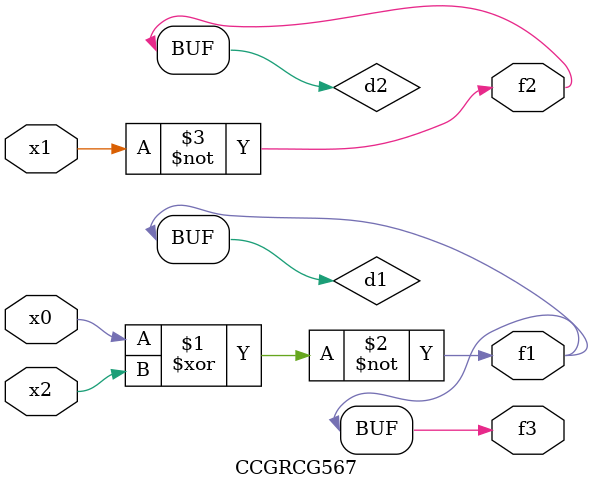
<source format=v>
module CCGRCG567(
	input x0, x1, x2,
	output f1, f2, f3
);

	wire d1, d2, d3;

	xnor (d1, x0, x2);
	nand (d2, x1);
	nor (d3, x1, x2);
	assign f1 = d1;
	assign f2 = d2;
	assign f3 = d1;
endmodule

</source>
